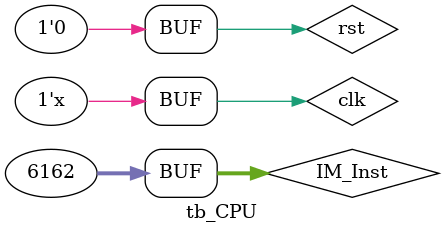
<source format=v>
`timescale 1ns / 1ps


module tb_CPU;

reg clk = 0;
reg rst = 1;

reg [31:0] IM_Inst;

initial begin
#11 rst = 0;
//-------------------------R型指令-------------------------------
#4  IM_Inst = 32'b000000_00000_00001_00010_00000_100000;          //测试add指令
#100 rst = 1; #16 rst = 0;
#4  IM_Inst = 32'b000000_00000_00001_00010_00000_100001;          //测试addu指令
#100 rst = 1; #16 rst = 0;
#4  IM_Inst = 32'b000000_00000_00001_00010_00000_100010;          //测试sub指令
#100 rst = 1; #16 rst = 0;
#4  IM_Inst = 32'b000000_00000_00001_00010_00000_100011;          //测试subu指令
#100 rst = 1; #16 rst = 0;
#4  IM_Inst = 32'b000000_00000_00001_00010_00000_100100;          //测试and指令
#100 rst = 1; #16 rst = 0;
#4  IM_Inst = 32'b000000_00000_00001_00010_00000_100101;          //测试or指令
#100 rst = 1; #16 rst = 0;
#4  IM_Inst = 32'b000000_00000_00001_00010_00000_100110;          //测试xor指令
#100 rst = 1; #16 rst = 0;
#4  IM_Inst = 32'b000000_00000_00001_00010_00000_100111;          //测试nor指令
#100 rst = 1; #16 rst = 0;
#4  IM_Inst = 32'b000000_00000_00001_00010_00000_101010;          //测试slt指令
#100 rst = 1; #16 rst = 0;
#4  IM_Inst = 32'b000000_00000_00001_00010_00000_101011;          //测试sltu指令
#100 rst = 1; #16 rst = 0;
#4  IM_Inst = 32'b000000_00000_00001_00010_00100_000000;          //测试sll指令
#100 rst = 1; #16 rst = 0;
#4  IM_Inst = 32'b000000_00000_00001_00010_00011_000010;          //测试srl指令
#100 rst = 1; #16 rst = 0;
#4  IM_Inst = 32'b000000_00000_00001_00010_00110_000011;          //测试sra指令
#100 rst = 1; #16 rst = 0;
#4  IM_Inst = 32'b000000_00010_00001_00011_00000_000100;          //测试sllv指令
#100 rst = 1; #16 rst = 0;
#4  IM_Inst = 32'b000000_00010_00001_00011_00000_000110;          //测试srlv指令
#100 rst = 1; #16 rst = 0;
#4  IM_Inst = 32'b000000_00010_00001_00011_00000_000111;          //测试srav指令
#100 rst = 1; #16 rst = 0;
#4  IM_Inst = 32'b000000_00100_00000_00000_00000_001000;          //测试jr指令
#100 rst = 1; #16 rst = 0;
//-------------------------I型指令-------------------------------
#4  IM_Inst = 32'b001000_00101_00110_1111111111111111;          //测试ADDI指令
#100 rst = 1; #16 rst = 0;
#4  IM_Inst = 32'b001001_00101_00110_1111111111111111;          //测试ADDIU指令
#100 rst = 1; #16 rst = 0;
#4  IM_Inst = 32'b001100_00101_00110_1111111111111111;          //测试ANDIU指令
#100 rst = 1; #16 rst = 0;
#4  IM_Inst = 32'b001101_00101_00110_1111111111111111;          //测试ORI指令
#100 rst = 1; #16 rst = 0;
#4  IM_Inst = 32'b001110_00101_00110_1111111111111111;          //测试XORI指令
#100 rst = 1; #16 rst = 0;
#4  IM_Inst = 32'b000100_00111_01000_1111111111111101;          //测试BEQ指令
#100 rst = 1; #16 rst = 0;
#4  IM_Inst = 32'b000101_00111_01000_1111111111111101;          //测试BNE指令
#100 rst = 1; #16 rst = 0;
#4  IM_Inst = 32'b001010_00111_01000_1111111111111101;          //测试SLTI指令
#100 rst = 1; #16 rst = 0;
#4  IM_Inst = 32'b001011_00111_01000_1111111111111101;          //测试SLTIU指令
#100 rst = 1; #16 rst = 0;
#4  IM_Inst = 32'b001111_00000_01001_1011001110101001;          //测试lui指令
#100 rst = 1; #16 rst = 0;
//-------------------------J型指令-------------------------------
#4  IM_Inst = 32'b000010_11111111111111111111111111;          //测试j指令
#100 rst = 1; #16 rst = 0;
#4  IM_Inst = 32'b000011_11111111111111111111111111;          //测试jal指令
#100 rst = 1; #16 rst = 0;
//-------------------------LW SW--------------------------------
#4  IM_Inst = 32'b100011_00000_00001_0000000000000000;          //测试LW指令
#100 rst = 1; #16 rst = 0;
#4  IM_Inst = 32'b101011_00000_00001_0000000000000000;          //测试SW指令
#100 rst = 1; #16 rst = 0;
//-------------------------MUL--------------------------------
#4  IM_Inst = 32'b011100_00001_00010_00011_00000_000010;          //测试MUL指令
#100 rst = 1; #16 rst = 0;
//-------------------------MFHI MFLO--------------------------------
#4  IM_Inst = 32'b000000_00000_00000_00011_00000_010000;          //测试MFHI指令
#100 rst = 1; #16 rst = 0;
#4  IM_Inst = 32'b000000_00000_00000_00011_00000_010010;          //测试MFLO指令
#100 rst = 1; #16 rst = 0;
end

CPU uut(
    .clk(clk),
    .rst(rst),
    .IM_Inst(IM_Inst)
    );

always #10 clk = ~clk;

endmodule

</source>
